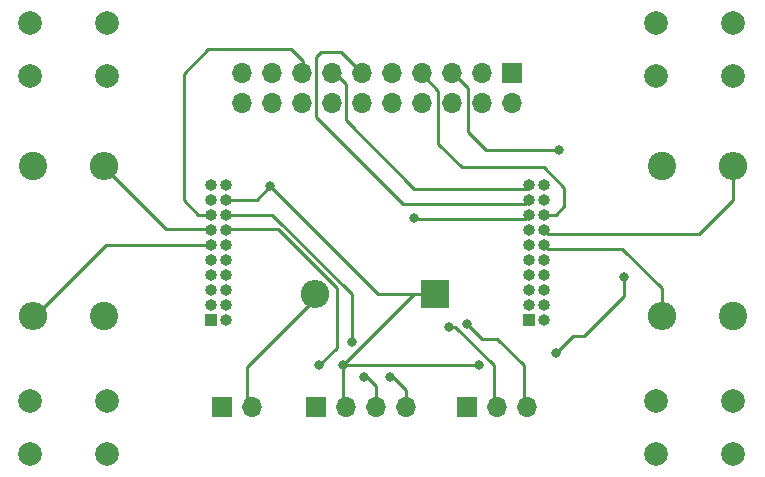
<source format=gbr>
%TF.GenerationSoftware,KiCad,Pcbnew,(6.0.5)*%
%TF.CreationDate,2023-12-03T22:55:10-05:00*%
%TF.ProjectId,lcd_128_io_board,6c63645f-3132-4385-9f69-6f5f626f6172,rev?*%
%TF.SameCoordinates,Original*%
%TF.FileFunction,Copper,L2,Bot*%
%TF.FilePolarity,Positive*%
%FSLAX46Y46*%
G04 Gerber Fmt 4.6, Leading zero omitted, Abs format (unit mm)*
G04 Created by KiCad (PCBNEW (6.0.5)) date 2023-12-03 22:55:10*
%MOMM*%
%LPD*%
G01*
G04 APERTURE LIST*
%TA.AperFunction,ComponentPad*%
%ADD10R,1.700000X1.700000*%
%TD*%
%TA.AperFunction,ComponentPad*%
%ADD11O,1.700000X1.700000*%
%TD*%
%TA.AperFunction,ComponentPad*%
%ADD12C,2.000000*%
%TD*%
%TA.AperFunction,ComponentPad*%
%ADD13C,2.400000*%
%TD*%
%TA.AperFunction,ComponentPad*%
%ADD14O,2.400000X2.400000*%
%TD*%
%TA.AperFunction,ComponentPad*%
%ADD15R,2.400000X2.400000*%
%TD*%
%TA.AperFunction,ComponentPad*%
%ADD16O,1.000000X1.000000*%
%TD*%
%TA.AperFunction,ComponentPad*%
%ADD17R,1.000000X1.000000*%
%TD*%
%TA.AperFunction,ViaPad*%
%ADD18C,0.800000*%
%TD*%
%TA.AperFunction,Conductor*%
%ADD19C,0.250000*%
%TD*%
G04 APERTURE END LIST*
D10*
%TO.P,J5,1,Pin_1*%
%TO.N,GND*%
X123962000Y-127000000D03*
D11*
%TO.P,J5,2,Pin_2*%
%TO.N,VDD*%
X126502000Y-127000000D03*
%TO.P,J5,3,Pin_3*%
%TO.N,SDA*%
X129042000Y-127000000D03*
%TO.P,J5,4,Pin_4*%
%TO.N,SCL*%
X131582000Y-127000000D03*
%TD*%
D12*
%TO.P,SW1,1,1*%
%TO.N,GND*%
X159250000Y-126500000D03*
X152750000Y-126500000D03*
%TO.P,SW1,2,2*%
%TO.N,GP28*%
X159250000Y-131000000D03*
X152750000Y-131000000D03*
%TD*%
D13*
%TO.P,R4,1*%
%TO.N,VDD*%
X159250000Y-119350000D03*
D14*
%TO.P,R4,2*%
%TO.N,GP27*%
X159250000Y-106650000D03*
%TD*%
D12*
%TO.P,SW3,1,1*%
%TO.N,GND*%
X99750000Y-94500000D03*
X106250000Y-94500000D03*
%TO.P,SW3,2,2*%
%TO.N,GP14*%
X99750000Y-99000000D03*
X106250000Y-99000000D03*
%TD*%
D10*
%TO.P,J6,1,Pin_1*%
%TO.N,AREF*%
X140586255Y-98725000D03*
D11*
%TO.P,J6,2,Pin_2*%
%TO.N,GP19*%
X140586255Y-101265000D03*
%TO.P,J6,3,Pin_3*%
%TO.N,RUN*%
X138046255Y-98725000D03*
%TO.P,J6,4,Pin_4*%
%TO.N,GP20*%
X138046255Y-101265000D03*
%TO.P,J6,5,Pin_5*%
%TO.N,BAT_ADC*%
X135506255Y-98725000D03*
%TO.P,J6,6,Pin_6*%
%TO.N,GP21*%
X135506255Y-101265000D03*
%TO.P,J6,7,Pin_7*%
%TO.N,GP26*%
X132966255Y-98725000D03*
%TO.P,J6,8,Pin_8*%
%TO.N,GP22*%
X132966255Y-101265000D03*
%TO.P,J6,9,Pin_9*%
%TO.N,GP18*%
X130426255Y-98725000D03*
%TO.P,J6,10,Pin_10*%
%TO.N,GP2*%
X130426255Y-101265000D03*
%TO.P,J6,11,Pin_11*%
%TO.N,GP17*%
X127886255Y-98725000D03*
%TO.P,J6,12,Pin_12*%
%TO.N,GP3*%
X127886255Y-101265000D03*
%TO.P,J6,13,Pin_13*%
%TO.N,GP16*%
X125346255Y-98725000D03*
%TO.P,J6,14,Pin_14*%
%TO.N,GP4*%
X125346255Y-101265000D03*
%TO.P,J6,15,Pin_15*%
%TO.N,GP15*%
X122806255Y-98725000D03*
%TO.P,J6,16,Pin_16*%
%TO.N,GP5*%
X122806255Y-101265000D03*
%TO.P,J6,17,Pin_17*%
%TO.N,GND*%
X120266255Y-98725000D03*
%TO.P,J6,18,Pin_18*%
%TO.N,VDD*%
X120266255Y-101265000D03*
%TO.P,J6,19,Pin_19*%
%TO.N,GND*%
X117726255Y-98725000D03*
%TO.P,J6,20,Pin_20*%
%TO.N,VDD*%
X117726255Y-101265000D03*
%TD*%
D15*
%TO.P,D1,1,K*%
%TO.N,VDD*%
X134000000Y-117500000D03*
D14*
%TO.P,D1,2,A*%
%TO.N,Net-(D1-Pad2)*%
X123840000Y-117500000D03*
%TD*%
D11*
%TO.P,J1,3,Pin_3*%
%TO.N,UART_RX*%
X141817000Y-127000000D03*
%TO.P,J1,2,Pin_2*%
%TO.N,UART_TX*%
X139277000Y-127000000D03*
D10*
%TO.P,J1,1,Pin_1*%
%TO.N,GND*%
X136737000Y-127000000D03*
%TD*%
D11*
%TO.P,J2,2,Pin_2*%
%TO.N,Net-(D1-Pad2)*%
X118527000Y-127000000D03*
D10*
%TO.P,J2,1,Pin_1*%
%TO.N,GND*%
X115987000Y-127000000D03*
%TD*%
D13*
%TO.P,R1,1*%
%TO.N,VDD*%
X153250000Y-106650000D03*
D14*
%TO.P,R1,2*%
%TO.N,GP28*%
X153250000Y-119350000D03*
%TD*%
D12*
%TO.P,SW4,1,1*%
%TO.N,GND*%
X159250000Y-99000000D03*
X152750000Y-99000000D03*
%TO.P,SW4,2,2*%
%TO.N,GP27*%
X159250000Y-94500000D03*
X152750000Y-94500000D03*
%TD*%
D13*
%TO.P,R3,1*%
%TO.N,VDD*%
X106000000Y-119350000D03*
D14*
%TO.P,R3,2*%
%TO.N,GP14*%
X106000000Y-106650000D03*
%TD*%
D13*
%TO.P,R2,1*%
%TO.N,VDD*%
X100000000Y-106650000D03*
D14*
%TO.P,R2,2*%
%TO.N,GP13*%
X100000000Y-119350000D03*
%TD*%
D12*
%TO.P,SW2,1,1*%
%TO.N,GND*%
X99750000Y-131000000D03*
X106250000Y-131000000D03*
%TO.P,SW2,2,2*%
%TO.N,GP13*%
X106250000Y-126500000D03*
X99750000Y-126500000D03*
%TD*%
D16*
%TO.P,J3,20,Pin_20*%
%TO.N,GND*%
X116342000Y-108204000D03*
%TO.P,J3,19,Pin_19*%
%TO.N,SWDIO*%
X115072000Y-108204000D03*
%TO.P,J3,18,Pin_18*%
%TO.N,VDD*%
X116342000Y-109474000D03*
%TO.P,J3,17,Pin_17*%
%TO.N,SWCLK*%
X115072000Y-109474000D03*
%TO.P,J3,16,Pin_16*%
%TO.N,SCL*%
X116342000Y-110744000D03*
%TO.P,J3,15,Pin_15*%
%TO.N,GP15*%
X115072000Y-110744000D03*
%TO.P,J3,14,Pin_14*%
%TO.N,SDA*%
X116342000Y-112014000D03*
%TO.P,J3,13,Pin_13*%
%TO.N,GP14*%
X115072000Y-112014000D03*
%TO.P,J3,12,Pin_12*%
%TO.N,GP5*%
X116342000Y-113284000D03*
%TO.P,J3,11,Pin_11*%
%TO.N,GP13*%
X115072000Y-113284000D03*
%TO.P,J3,10,Pin_10*%
%TO.N,GP4*%
X116342000Y-114554000D03*
%TO.P,J3,9,Pin_9*%
%TO.N,LCD_RST*%
X115072000Y-114554000D03*
%TO.P,J3,8,Pin_8*%
%TO.N,GP3*%
X116342000Y-115824000D03*
%TO.P,J3,7,Pin_7*%
%TO.N,LCD_DIN*%
X115072000Y-115824000D03*
%TO.P,J3,6,Pin_6*%
%TO.N,GP2*%
X116342000Y-117094000D03*
%TO.P,J3,5,Pin_5*%
%TO.N,LCD_CLK*%
X115072000Y-117094000D03*
%TO.P,J3,4,Pin_4*%
%TO.N,UART_RX*%
X116342000Y-118364000D03*
%TO.P,J3,3,Pin_3*%
%TO.N,LCD_CS*%
X115072000Y-118364000D03*
%TO.P,J3,2,Pin_2*%
%TO.N,UART_TX*%
X116342000Y-119634000D03*
D17*
%TO.P,J3,1,Pin_1*%
%TO.N,LCD_DC*%
X115072000Y-119634000D03*
%TD*%
%TO.P,J4,1,Pin_1*%
%TO.N,GND*%
X141986000Y-119634000D03*
D16*
%TO.P,J4,2,Pin_2*%
X143256000Y-119634000D03*
%TO.P,J4,3,Pin_3*%
%TO.N,VDD*%
X141986000Y-118364000D03*
%TO.P,J4,4,Pin_4*%
%TO.N,AREF*%
X143256000Y-118364000D03*
%TO.P,J4,5,Pin_5*%
%TO.N,IMU_INT1*%
X141986000Y-117094000D03*
%TO.P,J4,6,Pin_6*%
%TO.N,BOOT*%
X143256000Y-117094000D03*
%TO.P,J4,7,Pin_7*%
%TO.N,GP22*%
X141986000Y-115824000D03*
%TO.P,J4,8,Pin_8*%
%TO.N,RUN*%
X143256000Y-115824000D03*
%TO.P,J4,9,Pin_9*%
%TO.N,GP21*%
X141986000Y-114554000D03*
%TO.P,J4,10,Pin_10*%
%TO.N,BAT_ADC*%
X143256000Y-114554000D03*
%TO.P,J4,11,Pin_11*%
%TO.N,GP20*%
X141986000Y-113284000D03*
%TO.P,J4,12,Pin_12*%
%TO.N,GP28*%
X143256000Y-113284000D03*
%TO.P,J4,13,Pin_13*%
%TO.N,GP19*%
X141986000Y-112014000D03*
%TO.P,J4,14,Pin_14*%
%TO.N,GP27*%
X143256000Y-112014000D03*
%TO.P,J4,15,Pin_15*%
%TO.N,GP18*%
X141986000Y-110744000D03*
%TO.P,J4,16,Pin_16*%
%TO.N,GP26*%
X143256000Y-110744000D03*
%TO.P,J4,17,Pin_17*%
%TO.N,GP17*%
X141986000Y-109474000D03*
%TO.P,J4,18,Pin_18*%
%TO.N,LCD_BL*%
X143256000Y-109474000D03*
%TO.P,J4,19,Pin_19*%
%TO.N,GP16*%
X141986000Y-108204000D03*
%TO.P,J4,20,Pin_20*%
%TO.N,IMU_INT2*%
X143256000Y-108204000D03*
%TD*%
D18*
%TO.N,BAT_ADC*%
X144500000Y-105250000D03*
%TO.N,VDD*%
X144250000Y-122500000D03*
X137750000Y-123500000D03*
%TO.N,SCL*%
X127000000Y-121500000D03*
%TO.N,SDA*%
X124250000Y-123500000D03*
%TO.N,SCL*%
X130250000Y-124500000D03*
%TO.N,SDA*%
X128000000Y-124500000D03*
%TO.N,VDD*%
X126250000Y-123500000D03*
X150000000Y-116000000D03*
X120090000Y-108340000D03*
%TO.N,UART_TX*%
X135250000Y-120250000D03*
%TO.N,UART_RX*%
X136750000Y-120000000D03*
%TO.N,GP18*%
X132250000Y-111000000D03*
%TD*%
D19*
%TO.N,GP15*%
X112750000Y-98836256D02*
X114836255Y-96750000D01*
%TO.N,GP16*%
X126520766Y-99684511D02*
X126520766Y-102770766D01*
%TO.N,GP17*%
X123980766Y-97394511D02*
X123980766Y-102480766D01*
%TO.N,GP15*%
X112750000Y-109500000D02*
X112750000Y-98836256D01*
X114836255Y-96750000D02*
X121836255Y-96750000D01*
X121836255Y-96750000D02*
X122836255Y-97750000D01*
X122836255Y-97750000D02*
X122836255Y-98500000D01*
X113994000Y-110744000D02*
X112750000Y-109500000D01*
X115072000Y-110744000D02*
X113994000Y-110744000D01*
%TO.N,BAT_ADC*%
X136836255Y-100000000D02*
X135586255Y-98750000D01*
X136836255Y-103750000D02*
X136836255Y-100000000D01*
X138336255Y-105250000D02*
X136836255Y-103750000D01*
X144500000Y-105250000D02*
X138336255Y-105250000D01*
%TO.N,GP26*%
X145000000Y-108500000D02*
X145000000Y-110000000D01*
X145000000Y-110000000D02*
X144256000Y-110744000D01*
X143250000Y-106750000D02*
X145000000Y-108500000D01*
X144256000Y-110744000D02*
X143256000Y-110744000D01*
X134331744Y-104745489D02*
X136336255Y-106750000D01*
X134331744Y-100245489D02*
X134331744Y-104745489D01*
X136336255Y-106750000D02*
X143250000Y-106750000D01*
X132836255Y-98750000D02*
X134331744Y-100245489D01*
%TO.N,GP16*%
X132295000Y-108545000D02*
X141772000Y-108545000D01*
X141772000Y-108545000D02*
X141986000Y-108331000D01*
X126520766Y-102770766D02*
X132295000Y-108545000D01*
%TO.N,GP17*%
X141986000Y-109474000D02*
X141645000Y-109815000D01*
X141645000Y-109815000D02*
X131315000Y-109815000D01*
X131315000Y-109815000D02*
X123980766Y-102480766D01*
%TO.N,UART_RX*%
X141555000Y-123500000D02*
X141555000Y-126945000D01*
%TO.N,UART_TX*%
X139000000Y-123500000D02*
X139000000Y-127000000D01*
%TO.N,VDD*%
X126250000Y-123500000D02*
X137750000Y-123500000D01*
%TO.N,GP13*%
X115072000Y-113284000D02*
X106216000Y-113284000D01*
X100000000Y-119500000D02*
X106216000Y-113284000D01*
%TO.N,GP14*%
X111250000Y-112000000D02*
X115000000Y-112000000D01*
X105750000Y-106500000D02*
X111250000Y-112000000D01*
%TO.N,VDD*%
X118956000Y-109474000D02*
X120090000Y-108340000D01*
X116342000Y-109474000D02*
X118956000Y-109474000D01*
%TO.N,SCL*%
X127000000Y-117500000D02*
X120250000Y-110750000D01*
X127000000Y-121500000D02*
X127000000Y-117500000D01*
X120250000Y-110750000D02*
X116250000Y-110750000D01*
%TO.N,SDA*%
X120750000Y-112000000D02*
X116500000Y-112000000D01*
X124250000Y-123500000D02*
X125750000Y-122000000D01*
X125750000Y-122000000D02*
X125750000Y-117000000D01*
X125750000Y-117000000D02*
X120750000Y-112000000D01*
%TO.N,SCL*%
X131582000Y-125570000D02*
X130512000Y-124500000D01*
X131582000Y-127000000D02*
X131582000Y-125570000D01*
%TO.N,SDA*%
X129042000Y-125280000D02*
X128262000Y-124500000D01*
X129042000Y-127000000D02*
X129042000Y-125280000D01*
%TO.N,VDD*%
X126250000Y-123500000D02*
X126250000Y-127000000D01*
X145750000Y-121000000D02*
X144250000Y-122500000D01*
X146635718Y-121000000D02*
X145750000Y-121000000D01*
X150000000Y-116000000D02*
X150000000Y-117635718D01*
X150000000Y-117635718D02*
X146635718Y-121000000D01*
X126240000Y-123500000D02*
X126250000Y-123500000D01*
%TO.N,Net-(D1-Pad2)*%
X118110000Y-123655000D02*
X118110000Y-127000000D01*
X123750000Y-118015000D02*
X118110000Y-123655000D01*
%TO.N,GP28*%
X143256000Y-113284000D02*
X143597000Y-113625000D01*
X143597000Y-113625000D02*
X149875000Y-113625000D01*
%TO.N,GP27*%
X143256000Y-112014000D02*
X143597000Y-112355000D01*
X143597000Y-112355000D02*
X156395000Y-112355000D01*
%TO.N,GP18*%
X141645000Y-111085000D02*
X141986000Y-110744000D01*
X132085000Y-111085000D02*
X141645000Y-111085000D01*
%TO.N,GP17*%
X124375277Y-97000000D02*
X123980766Y-97394511D01*
X126086255Y-97000000D02*
X124375277Y-97000000D01*
X127836255Y-98750000D02*
X126086255Y-97000000D01*
%TO.N,GP16*%
X125336255Y-98500000D02*
X126520766Y-99684511D01*
%TO.N,VDD*%
X126240000Y-123500000D02*
X132240000Y-117500000D01*
X132240000Y-117500000D02*
X134000000Y-117500000D01*
X129250000Y-117500000D02*
X132240000Y-117500000D01*
X120090000Y-108340000D02*
X129250000Y-117500000D01*
%TO.N,UART_TX*%
X135750000Y-120250000D02*
X139000000Y-123500000D01*
X135250000Y-120250000D02*
X135750000Y-120250000D01*
%TO.N,UART_RX*%
X138000000Y-121250000D02*
X136750000Y-120000000D01*
X141555000Y-123500000D02*
X139305000Y-121250000D01*
X139305000Y-121250000D02*
X138000000Y-121250000D01*
%TO.N,GP28*%
X153250000Y-117000000D02*
X153250000Y-119250000D01*
X149875000Y-113625000D02*
X153250000Y-117000000D01*
%TO.N,GP27*%
X159250000Y-109500000D02*
X159250000Y-107000000D01*
X156395000Y-112355000D02*
X159250000Y-109500000D01*
%TD*%
M02*

</source>
